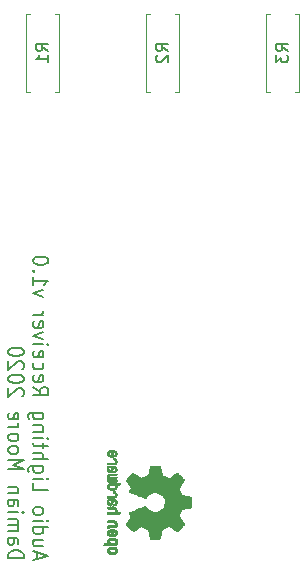
<source format=gbr>
G04 #@! TF.GenerationSoftware,KiCad,Pcbnew,5.1.5-52549c5~84~ubuntu18.04.1*
G04 #@! TF.CreationDate,2020-01-02T13:16:35+00:00*
G04 #@! TF.ProjectId,receiver,72656365-6976-4657-922e-6b696361645f,rev?*
G04 #@! TF.SameCoordinates,Original*
G04 #@! TF.FileFunction,Legend,Bot*
G04 #@! TF.FilePolarity,Positive*
%FSLAX46Y46*%
G04 Gerber Fmt 4.6, Leading zero omitted, Abs format (unit mm)*
G04 Created by KiCad (PCBNEW 5.1.5-52549c5~84~ubuntu18.04.1) date 2020-01-02 13:16:35*
%MOMM*%
%LPD*%
G04 APERTURE LIST*
%ADD10C,0.150000*%
%ADD11C,0.010000*%
%ADD12C,0.120000*%
G04 APERTURE END LIST*
D10*
X112593333Y-120323928D02*
X112593333Y-119752500D01*
X112221904Y-120438214D02*
X113521904Y-120038214D01*
X112221904Y-119638214D01*
X113088571Y-118723928D02*
X112221904Y-118723928D01*
X113088571Y-119238214D02*
X112407619Y-119238214D01*
X112283809Y-119181071D01*
X112221904Y-119066785D01*
X112221904Y-118895357D01*
X112283809Y-118781071D01*
X112345714Y-118723928D01*
X112221904Y-117638214D02*
X113521904Y-117638214D01*
X112283809Y-117638214D02*
X112221904Y-117752500D01*
X112221904Y-117981071D01*
X112283809Y-118095357D01*
X112345714Y-118152500D01*
X112469523Y-118209642D01*
X112840952Y-118209642D01*
X112964761Y-118152500D01*
X113026666Y-118095357D01*
X113088571Y-117981071D01*
X113088571Y-117752500D01*
X113026666Y-117638214D01*
X112221904Y-117066785D02*
X113088571Y-117066785D01*
X113521904Y-117066785D02*
X113460000Y-117123928D01*
X113398095Y-117066785D01*
X113460000Y-117009642D01*
X113521904Y-117066785D01*
X113398095Y-117066785D01*
X112221904Y-116323928D02*
X112283809Y-116438214D01*
X112345714Y-116495357D01*
X112469523Y-116552500D01*
X112840952Y-116552500D01*
X112964761Y-116495357D01*
X113026666Y-116438214D01*
X113088571Y-116323928D01*
X113088571Y-116152500D01*
X113026666Y-116038214D01*
X112964761Y-115981071D01*
X112840952Y-115923928D01*
X112469523Y-115923928D01*
X112345714Y-115981071D01*
X112283809Y-116038214D01*
X112221904Y-116152500D01*
X112221904Y-116323928D01*
X112221904Y-113923928D02*
X112221904Y-114495357D01*
X113521904Y-114495357D01*
X112221904Y-113523928D02*
X113088571Y-113523928D01*
X113521904Y-113523928D02*
X113460000Y-113581071D01*
X113398095Y-113523928D01*
X113460000Y-113466785D01*
X113521904Y-113523928D01*
X113398095Y-113523928D01*
X113088571Y-112438214D02*
X112036190Y-112438214D01*
X111912380Y-112495357D01*
X111850476Y-112552500D01*
X111788571Y-112666785D01*
X111788571Y-112838214D01*
X111850476Y-112952500D01*
X112283809Y-112438214D02*
X112221904Y-112552500D01*
X112221904Y-112781071D01*
X112283809Y-112895357D01*
X112345714Y-112952500D01*
X112469523Y-113009642D01*
X112840952Y-113009642D01*
X112964761Y-112952500D01*
X113026666Y-112895357D01*
X113088571Y-112781071D01*
X113088571Y-112552500D01*
X113026666Y-112438214D01*
X112221904Y-111866785D02*
X113521904Y-111866785D01*
X112221904Y-111352500D02*
X112902857Y-111352500D01*
X113026666Y-111409642D01*
X113088571Y-111523928D01*
X113088571Y-111695357D01*
X113026666Y-111809642D01*
X112964761Y-111866785D01*
X113088571Y-110952500D02*
X113088571Y-110495357D01*
X113521904Y-110781071D02*
X112407619Y-110781071D01*
X112283809Y-110723928D01*
X112221904Y-110609642D01*
X112221904Y-110495357D01*
X112221904Y-110095357D02*
X113088571Y-110095357D01*
X113521904Y-110095357D02*
X113460000Y-110152500D01*
X113398095Y-110095357D01*
X113460000Y-110038214D01*
X113521904Y-110095357D01*
X113398095Y-110095357D01*
X113088571Y-109523928D02*
X112221904Y-109523928D01*
X112964761Y-109523928D02*
X113026666Y-109466785D01*
X113088571Y-109352500D01*
X113088571Y-109181071D01*
X113026666Y-109066785D01*
X112902857Y-109009642D01*
X112221904Y-109009642D01*
X113088571Y-107923928D02*
X112036190Y-107923928D01*
X111912380Y-107981071D01*
X111850476Y-108038214D01*
X111788571Y-108152500D01*
X111788571Y-108323928D01*
X111850476Y-108438214D01*
X112283809Y-107923928D02*
X112221904Y-108038214D01*
X112221904Y-108266785D01*
X112283809Y-108381071D01*
X112345714Y-108438214D01*
X112469523Y-108495357D01*
X112840952Y-108495357D01*
X112964761Y-108438214D01*
X113026666Y-108381071D01*
X113088571Y-108266785D01*
X113088571Y-108038214D01*
X113026666Y-107923928D01*
X112221904Y-105752500D02*
X112840952Y-106152500D01*
X112221904Y-106438214D02*
X113521904Y-106438214D01*
X113521904Y-105981071D01*
X113460000Y-105866785D01*
X113398095Y-105809642D01*
X113274285Y-105752500D01*
X113088571Y-105752500D01*
X112964761Y-105809642D01*
X112902857Y-105866785D01*
X112840952Y-105981071D01*
X112840952Y-106438214D01*
X112283809Y-104781071D02*
X112221904Y-104895357D01*
X112221904Y-105123928D01*
X112283809Y-105238214D01*
X112407619Y-105295357D01*
X112902857Y-105295357D01*
X113026666Y-105238214D01*
X113088571Y-105123928D01*
X113088571Y-104895357D01*
X113026666Y-104781071D01*
X112902857Y-104723928D01*
X112779047Y-104723928D01*
X112655238Y-105295357D01*
X112283809Y-103695357D02*
X112221904Y-103809642D01*
X112221904Y-104038214D01*
X112283809Y-104152500D01*
X112345714Y-104209642D01*
X112469523Y-104266785D01*
X112840952Y-104266785D01*
X112964761Y-104209642D01*
X113026666Y-104152500D01*
X113088571Y-104038214D01*
X113088571Y-103809642D01*
X113026666Y-103695357D01*
X112283809Y-102723928D02*
X112221904Y-102838214D01*
X112221904Y-103066785D01*
X112283809Y-103181071D01*
X112407619Y-103238214D01*
X112902857Y-103238214D01*
X113026666Y-103181071D01*
X113088571Y-103066785D01*
X113088571Y-102838214D01*
X113026666Y-102723928D01*
X112902857Y-102666785D01*
X112779047Y-102666785D01*
X112655238Y-103238214D01*
X112221904Y-102152500D02*
X113088571Y-102152500D01*
X113521904Y-102152500D02*
X113460000Y-102209642D01*
X113398095Y-102152500D01*
X113460000Y-102095357D01*
X113521904Y-102152500D01*
X113398095Y-102152500D01*
X113088571Y-101695357D02*
X112221904Y-101409642D01*
X113088571Y-101123928D01*
X112283809Y-100209642D02*
X112221904Y-100323928D01*
X112221904Y-100552500D01*
X112283809Y-100666785D01*
X112407619Y-100723928D01*
X112902857Y-100723928D01*
X113026666Y-100666785D01*
X113088571Y-100552500D01*
X113088571Y-100323928D01*
X113026666Y-100209642D01*
X112902857Y-100152500D01*
X112779047Y-100152500D01*
X112655238Y-100723928D01*
X112221904Y-99638214D02*
X113088571Y-99638214D01*
X112840952Y-99638214D02*
X112964761Y-99581071D01*
X113026666Y-99523928D01*
X113088571Y-99409642D01*
X113088571Y-99295357D01*
X113088571Y-98095357D02*
X112221904Y-97809642D01*
X113088571Y-97523928D01*
X112221904Y-96438214D02*
X112221904Y-97123928D01*
X112221904Y-96781071D02*
X113521904Y-96781071D01*
X113336190Y-96895357D01*
X113212380Y-97009642D01*
X113150476Y-97123928D01*
X112345714Y-95923928D02*
X112283809Y-95866785D01*
X112221904Y-95923928D01*
X112283809Y-95981071D01*
X112345714Y-95923928D01*
X112221904Y-95923928D01*
X113521904Y-95123928D02*
X113521904Y-95009642D01*
X113460000Y-94895357D01*
X113398095Y-94838214D01*
X113274285Y-94781071D01*
X113026666Y-94723928D01*
X112717142Y-94723928D01*
X112469523Y-94781071D01*
X112345714Y-94838214D01*
X112283809Y-94895357D01*
X112221904Y-95009642D01*
X112221904Y-95123928D01*
X112283809Y-95238214D01*
X112345714Y-95295357D01*
X112469523Y-95352500D01*
X112717142Y-95409642D01*
X113026666Y-95409642D01*
X113274285Y-95352500D01*
X113398095Y-95295357D01*
X113460000Y-95238214D01*
X113521904Y-95123928D01*
X110121904Y-120266785D02*
X111421904Y-120266785D01*
X111421904Y-119981071D01*
X111360000Y-119809642D01*
X111236190Y-119695357D01*
X111112380Y-119638214D01*
X110864761Y-119581071D01*
X110679047Y-119581071D01*
X110431428Y-119638214D01*
X110307619Y-119695357D01*
X110183809Y-119809642D01*
X110121904Y-119981071D01*
X110121904Y-120266785D01*
X110121904Y-118552500D02*
X110802857Y-118552500D01*
X110926666Y-118609642D01*
X110988571Y-118723928D01*
X110988571Y-118952500D01*
X110926666Y-119066785D01*
X110183809Y-118552500D02*
X110121904Y-118666785D01*
X110121904Y-118952500D01*
X110183809Y-119066785D01*
X110307619Y-119123928D01*
X110431428Y-119123928D01*
X110555238Y-119066785D01*
X110617142Y-118952500D01*
X110617142Y-118666785D01*
X110679047Y-118552500D01*
X110121904Y-117981071D02*
X110988571Y-117981071D01*
X110864761Y-117981071D02*
X110926666Y-117923928D01*
X110988571Y-117809642D01*
X110988571Y-117638214D01*
X110926666Y-117523928D01*
X110802857Y-117466785D01*
X110121904Y-117466785D01*
X110802857Y-117466785D02*
X110926666Y-117409642D01*
X110988571Y-117295357D01*
X110988571Y-117123928D01*
X110926666Y-117009642D01*
X110802857Y-116952500D01*
X110121904Y-116952500D01*
X110121904Y-116381071D02*
X110988571Y-116381071D01*
X111421904Y-116381071D02*
X111360000Y-116438214D01*
X111298095Y-116381071D01*
X111360000Y-116323928D01*
X111421904Y-116381071D01*
X111298095Y-116381071D01*
X110121904Y-115295357D02*
X110802857Y-115295357D01*
X110926666Y-115352500D01*
X110988571Y-115466785D01*
X110988571Y-115695357D01*
X110926666Y-115809642D01*
X110183809Y-115295357D02*
X110121904Y-115409642D01*
X110121904Y-115695357D01*
X110183809Y-115809642D01*
X110307619Y-115866785D01*
X110431428Y-115866785D01*
X110555238Y-115809642D01*
X110617142Y-115695357D01*
X110617142Y-115409642D01*
X110679047Y-115295357D01*
X110988571Y-114723928D02*
X110121904Y-114723928D01*
X110864761Y-114723928D02*
X110926666Y-114666785D01*
X110988571Y-114552500D01*
X110988571Y-114381071D01*
X110926666Y-114266785D01*
X110802857Y-114209642D01*
X110121904Y-114209642D01*
X110121904Y-112723928D02*
X111421904Y-112723928D01*
X110493333Y-112323928D01*
X111421904Y-111923928D01*
X110121904Y-111923928D01*
X110121904Y-111181071D02*
X110183809Y-111295357D01*
X110245714Y-111352500D01*
X110369523Y-111409642D01*
X110740952Y-111409642D01*
X110864761Y-111352500D01*
X110926666Y-111295357D01*
X110988571Y-111181071D01*
X110988571Y-111009642D01*
X110926666Y-110895357D01*
X110864761Y-110838214D01*
X110740952Y-110781071D01*
X110369523Y-110781071D01*
X110245714Y-110838214D01*
X110183809Y-110895357D01*
X110121904Y-111009642D01*
X110121904Y-111181071D01*
X110121904Y-110095357D02*
X110183809Y-110209642D01*
X110245714Y-110266785D01*
X110369523Y-110323928D01*
X110740952Y-110323928D01*
X110864761Y-110266785D01*
X110926666Y-110209642D01*
X110988571Y-110095357D01*
X110988571Y-109923928D01*
X110926666Y-109809642D01*
X110864761Y-109752500D01*
X110740952Y-109695357D01*
X110369523Y-109695357D01*
X110245714Y-109752500D01*
X110183809Y-109809642D01*
X110121904Y-109923928D01*
X110121904Y-110095357D01*
X110121904Y-109181071D02*
X110988571Y-109181071D01*
X110740952Y-109181071D02*
X110864761Y-109123928D01*
X110926666Y-109066785D01*
X110988571Y-108952500D01*
X110988571Y-108838214D01*
X110183809Y-107981071D02*
X110121904Y-108095357D01*
X110121904Y-108323928D01*
X110183809Y-108438214D01*
X110307619Y-108495357D01*
X110802857Y-108495357D01*
X110926666Y-108438214D01*
X110988571Y-108323928D01*
X110988571Y-108095357D01*
X110926666Y-107981071D01*
X110802857Y-107923928D01*
X110679047Y-107923928D01*
X110555238Y-108495357D01*
X111298095Y-106552500D02*
X111360000Y-106495357D01*
X111421904Y-106381071D01*
X111421904Y-106095357D01*
X111360000Y-105981071D01*
X111298095Y-105923928D01*
X111174285Y-105866785D01*
X111050476Y-105866785D01*
X110864761Y-105923928D01*
X110121904Y-106609642D01*
X110121904Y-105866785D01*
X111421904Y-105123928D02*
X111421904Y-105009642D01*
X111360000Y-104895357D01*
X111298095Y-104838214D01*
X111174285Y-104781071D01*
X110926666Y-104723928D01*
X110617142Y-104723928D01*
X110369523Y-104781071D01*
X110245714Y-104838214D01*
X110183809Y-104895357D01*
X110121904Y-105009642D01*
X110121904Y-105123928D01*
X110183809Y-105238214D01*
X110245714Y-105295357D01*
X110369523Y-105352500D01*
X110617142Y-105409642D01*
X110926666Y-105409642D01*
X111174285Y-105352500D01*
X111298095Y-105295357D01*
X111360000Y-105238214D01*
X111421904Y-105123928D01*
X111298095Y-104266785D02*
X111360000Y-104209642D01*
X111421904Y-104095357D01*
X111421904Y-103809642D01*
X111360000Y-103695357D01*
X111298095Y-103638214D01*
X111174285Y-103581071D01*
X111050476Y-103581071D01*
X110864761Y-103638214D01*
X110121904Y-104323928D01*
X110121904Y-103581071D01*
X111421904Y-102838214D02*
X111421904Y-102723928D01*
X111360000Y-102609642D01*
X111298095Y-102552500D01*
X111174285Y-102495357D01*
X110926666Y-102438214D01*
X110617142Y-102438214D01*
X110369523Y-102495357D01*
X110245714Y-102552500D01*
X110183809Y-102609642D01*
X110121904Y-102723928D01*
X110121904Y-102838214D01*
X110183809Y-102952500D01*
X110245714Y-103009642D01*
X110369523Y-103066785D01*
X110617142Y-103123928D01*
X110926666Y-103123928D01*
X111174285Y-103066785D01*
X111298095Y-103009642D01*
X111360000Y-102952500D01*
X111421904Y-102838214D01*
D11*
G36*
X125632224Y-115360122D02*
G01*
X125631645Y-115254388D01*
X125630078Y-115177868D01*
X125627028Y-115125628D01*
X125622004Y-115092737D01*
X125614511Y-115074263D01*
X125604056Y-115065273D01*
X125590147Y-115060837D01*
X125588346Y-115060406D01*
X125555855Y-115053667D01*
X125491748Y-115041192D01*
X125402849Y-115024281D01*
X125295981Y-115004229D01*
X125177967Y-114982336D01*
X125173822Y-114981571D01*
X125058169Y-114959641D01*
X124955986Y-114939123D01*
X124873402Y-114921341D01*
X124816544Y-114907619D01*
X124791542Y-114899282D01*
X124791099Y-114898884D01*
X124778890Y-114874323D01*
X124758544Y-114823685D01*
X124734455Y-114757905D01*
X124734326Y-114757539D01*
X124703182Y-114674683D01*
X124663509Y-114577000D01*
X124623619Y-114484923D01*
X124621647Y-114480566D01*
X124553580Y-114330593D01*
X124780361Y-113998502D01*
X124849496Y-113896626D01*
X124911303Y-113804343D01*
X124962267Y-113726997D01*
X124998873Y-113669936D01*
X125017606Y-113638505D01*
X125018996Y-113635521D01*
X125012810Y-113612679D01*
X124982965Y-113570018D01*
X124928053Y-113505872D01*
X124846666Y-113418579D01*
X124760078Y-113329465D01*
X124674753Y-113243559D01*
X124596892Y-113166673D01*
X124531303Y-113103436D01*
X124482795Y-113058477D01*
X124456175Y-113036424D01*
X124454805Y-113035604D01*
X124436537Y-113033166D01*
X124406705Y-113042350D01*
X124361279Y-113065426D01*
X124296230Y-113104663D01*
X124207530Y-113162330D01*
X124093343Y-113239205D01*
X123992838Y-113307430D01*
X123902697Y-113368418D01*
X123828151Y-113418644D01*
X123774435Y-113454584D01*
X123746782Y-113472713D01*
X123744905Y-113473854D01*
X123718410Y-113471641D01*
X123666914Y-113454862D01*
X123600149Y-113426858D01*
X123578828Y-113416878D01*
X123483841Y-113373328D01*
X123376063Y-113326866D01*
X123282808Y-113289123D01*
X123213594Y-113261927D01*
X123160994Y-113240325D01*
X123133503Y-113227842D01*
X123131384Y-113226291D01*
X123127876Y-113203332D01*
X123118262Y-113149214D01*
X123103911Y-113071132D01*
X123086193Y-112976281D01*
X123066475Y-112871857D01*
X123046126Y-112765056D01*
X123026514Y-112663074D01*
X123009009Y-112573106D01*
X122994978Y-112502347D01*
X122985791Y-112457994D01*
X122983193Y-112447115D01*
X122976782Y-112435878D01*
X122962303Y-112427395D01*
X122934867Y-112421286D01*
X122889589Y-112417168D01*
X122821580Y-112414659D01*
X122725953Y-112413379D01*
X122597820Y-112412946D01*
X122545299Y-112412923D01*
X122118155Y-112412923D01*
X122097909Y-112515500D01*
X122086930Y-112572569D01*
X122070905Y-112657731D01*
X122051767Y-112760628D01*
X122031449Y-112870904D01*
X122025868Y-112901385D01*
X122006083Y-113003145D01*
X121986627Y-113091795D01*
X121969303Y-113159892D01*
X121955912Y-113199996D01*
X121951921Y-113206677D01*
X121923658Y-113223081D01*
X121868891Y-113246601D01*
X121798412Y-113272684D01*
X121783231Y-113277858D01*
X121689104Y-113312044D01*
X121582899Y-113354477D01*
X121487527Y-113396003D01*
X121487084Y-113396208D01*
X121337475Y-113465360D01*
X120668383Y-113010488D01*
X120375884Y-113302500D01*
X120288830Y-113390820D01*
X120212091Y-113471375D01*
X120149763Y-113539640D01*
X120105944Y-113591092D01*
X120084730Y-113621206D01*
X120083384Y-113625526D01*
X120093984Y-113650889D01*
X120123453Y-113702642D01*
X120168295Y-113775132D01*
X120225016Y-113862706D01*
X120288538Y-113957388D01*
X120353332Y-114053484D01*
X120409713Y-114139163D01*
X120454212Y-114208984D01*
X120483361Y-114257506D01*
X120493692Y-114279218D01*
X120484950Y-114305707D01*
X120461913Y-114355938D01*
X120429369Y-114419549D01*
X120425751Y-114426292D01*
X120382790Y-114511954D01*
X120361721Y-114570694D01*
X120361497Y-114607228D01*
X120381072Y-114626269D01*
X120381346Y-114626380D01*
X120404528Y-114635898D01*
X120459559Y-114658597D01*
X120542178Y-114692718D01*
X120648128Y-114736500D01*
X120773148Y-114788184D01*
X120912980Y-114846008D01*
X121048363Y-114902009D01*
X121197766Y-114963553D01*
X121336168Y-115020061D01*
X121459327Y-115069839D01*
X121562998Y-115111194D01*
X121642941Y-115142432D01*
X121694912Y-115161859D01*
X121714308Y-115167846D01*
X121736557Y-115152832D01*
X121772018Y-115113561D01*
X121811113Y-115061193D01*
X121934755Y-114912059D01*
X122076478Y-114795489D01*
X122233296Y-114712882D01*
X122402225Y-114665634D01*
X122580278Y-114655143D01*
X122662461Y-114662769D01*
X122832969Y-114704318D01*
X122983541Y-114775877D01*
X123112691Y-114873005D01*
X123218936Y-114991266D01*
X123300790Y-115126220D01*
X123356768Y-115273429D01*
X123385385Y-115428456D01*
X123385156Y-115586861D01*
X123354595Y-115744206D01*
X123292218Y-115896054D01*
X123196540Y-116037965D01*
X123142428Y-116097197D01*
X123003480Y-116210797D01*
X122851639Y-116289894D01*
X122691333Y-116335014D01*
X122526988Y-116346684D01*
X122363029Y-116325431D01*
X122203882Y-116271780D01*
X122053975Y-116186260D01*
X121917733Y-116069395D01*
X121811113Y-115938807D01*
X121770358Y-115884412D01*
X121735282Y-115845986D01*
X121714274Y-115832154D01*
X121691365Y-115839397D01*
X121636635Y-115859995D01*
X121554328Y-115892254D01*
X121448685Y-115934479D01*
X121323950Y-115984977D01*
X121184364Y-116042052D01*
X121048330Y-116098146D01*
X120898799Y-116160033D01*
X120760233Y-116217356D01*
X120636893Y-116268356D01*
X120533036Y-116311273D01*
X120452920Y-116344347D01*
X120400805Y-116365819D01*
X120381346Y-116373775D01*
X120361577Y-116392571D01*
X120361635Y-116428926D01*
X120382559Y-116487521D01*
X120425387Y-116573032D01*
X120425751Y-116573708D01*
X120458988Y-116638093D01*
X120483198Y-116690139D01*
X120493596Y-116719488D01*
X120493692Y-116720783D01*
X120483145Y-116742876D01*
X120453816Y-116791652D01*
X120409173Y-116861669D01*
X120352686Y-116947486D01*
X120288538Y-117042612D01*
X120223589Y-117139460D01*
X120167104Y-117226747D01*
X120122579Y-117298819D01*
X120093510Y-117350023D01*
X120083384Y-117374474D01*
X120096693Y-117396990D01*
X120133888Y-117442258D01*
X120190872Y-117505756D01*
X120263551Y-117582961D01*
X120347829Y-117669349D01*
X120375984Y-117697601D01*
X120668584Y-117989713D01*
X120994896Y-117767369D01*
X121095103Y-117699798D01*
X121185037Y-117640493D01*
X121259490Y-117592783D01*
X121313249Y-117559993D01*
X121341106Y-117545452D01*
X121343088Y-117545026D01*
X121369345Y-117552692D01*
X121422163Y-117573311D01*
X121492690Y-117603315D01*
X121539907Y-117624375D01*
X121630306Y-117663752D01*
X121721634Y-117700835D01*
X121798800Y-117729585D01*
X121822308Y-117737395D01*
X121885084Y-117759583D01*
X121933589Y-117781273D01*
X121951921Y-117793187D01*
X121963141Y-117819477D01*
X121979046Y-117876858D01*
X121997833Y-117957882D01*
X122017701Y-118055105D01*
X122025868Y-118098615D01*
X122046171Y-118209104D01*
X122065830Y-118315084D01*
X122082912Y-118406199D01*
X122095482Y-118472092D01*
X122097909Y-118484500D01*
X122118155Y-118587077D01*
X122545299Y-118587077D01*
X122685754Y-118586847D01*
X122792021Y-118585901D01*
X122868987Y-118583859D01*
X122921540Y-118580338D01*
X122954567Y-118574957D01*
X122972955Y-118567334D01*
X122981592Y-118557088D01*
X122983193Y-118552885D01*
X122988873Y-118527530D01*
X123000205Y-118471516D01*
X123015821Y-118392036D01*
X123034353Y-118296288D01*
X123054431Y-118191467D01*
X123074688Y-118084768D01*
X123093754Y-117983387D01*
X123110261Y-117894521D01*
X123122841Y-117825363D01*
X123130125Y-117783111D01*
X123131384Y-117773710D01*
X123148237Y-117765193D01*
X123193130Y-117746340D01*
X123257570Y-117720676D01*
X123282808Y-117710877D01*
X123380314Y-117671352D01*
X123488041Y-117624808D01*
X123578828Y-117583123D01*
X123648247Y-117552450D01*
X123705290Y-117532044D01*
X123740223Y-117525232D01*
X123744905Y-117526318D01*
X123767009Y-117540715D01*
X123816169Y-117573588D01*
X123887152Y-117621410D01*
X123974722Y-117680652D01*
X124073643Y-117747785D01*
X124093170Y-117761059D01*
X124208860Y-117838954D01*
X124296956Y-117896213D01*
X124361514Y-117935119D01*
X124406589Y-117957956D01*
X124436237Y-117967006D01*
X124454515Y-117964552D01*
X124454631Y-117964489D01*
X124478639Y-117945173D01*
X124525053Y-117902449D01*
X124589063Y-117840949D01*
X124665855Y-117765302D01*
X124750618Y-117680139D01*
X124760078Y-117670535D01*
X124864011Y-117563210D01*
X124940325Y-117480385D01*
X124990429Y-117420395D01*
X125015730Y-117381577D01*
X125018996Y-117364480D01*
X125004750Y-117339527D01*
X124971844Y-117287745D01*
X124923792Y-117214480D01*
X124864110Y-117125080D01*
X124796312Y-117024889D01*
X124780361Y-117001499D01*
X124553580Y-116669407D01*
X124621647Y-116519435D01*
X124661315Y-116428230D01*
X124701209Y-116330331D01*
X124733017Y-116246169D01*
X124734326Y-116242462D01*
X124758424Y-116176631D01*
X124778800Y-116125884D01*
X124791064Y-116101158D01*
X124791099Y-116101116D01*
X124813266Y-116093271D01*
X124867783Y-116079934D01*
X124948520Y-116062430D01*
X125049350Y-116042083D01*
X125164144Y-116020218D01*
X125173822Y-116018429D01*
X125292096Y-115996496D01*
X125399458Y-115976360D01*
X125489083Y-115959320D01*
X125554149Y-115946672D01*
X125587832Y-115939716D01*
X125588346Y-115939594D01*
X125602675Y-115935361D01*
X125613493Y-115927129D01*
X125621294Y-115909967D01*
X125626571Y-115878942D01*
X125629818Y-115829122D01*
X125631528Y-115755576D01*
X125632193Y-115653371D01*
X125632307Y-115517575D01*
X125632308Y-115500000D01*
X125632224Y-115360122D01*
G37*
X125632224Y-115360122D02*
X125631645Y-115254388D01*
X125630078Y-115177868D01*
X125627028Y-115125628D01*
X125622004Y-115092737D01*
X125614511Y-115074263D01*
X125604056Y-115065273D01*
X125590147Y-115060837D01*
X125588346Y-115060406D01*
X125555855Y-115053667D01*
X125491748Y-115041192D01*
X125402849Y-115024281D01*
X125295981Y-115004229D01*
X125177967Y-114982336D01*
X125173822Y-114981571D01*
X125058169Y-114959641D01*
X124955986Y-114939123D01*
X124873402Y-114921341D01*
X124816544Y-114907619D01*
X124791542Y-114899282D01*
X124791099Y-114898884D01*
X124778890Y-114874323D01*
X124758544Y-114823685D01*
X124734455Y-114757905D01*
X124734326Y-114757539D01*
X124703182Y-114674683D01*
X124663509Y-114577000D01*
X124623619Y-114484923D01*
X124621647Y-114480566D01*
X124553580Y-114330593D01*
X124780361Y-113998502D01*
X124849496Y-113896626D01*
X124911303Y-113804343D01*
X124962267Y-113726997D01*
X124998873Y-113669936D01*
X125017606Y-113638505D01*
X125018996Y-113635521D01*
X125012810Y-113612679D01*
X124982965Y-113570018D01*
X124928053Y-113505872D01*
X124846666Y-113418579D01*
X124760078Y-113329465D01*
X124674753Y-113243559D01*
X124596892Y-113166673D01*
X124531303Y-113103436D01*
X124482795Y-113058477D01*
X124456175Y-113036424D01*
X124454805Y-113035604D01*
X124436537Y-113033166D01*
X124406705Y-113042350D01*
X124361279Y-113065426D01*
X124296230Y-113104663D01*
X124207530Y-113162330D01*
X124093343Y-113239205D01*
X123992838Y-113307430D01*
X123902697Y-113368418D01*
X123828151Y-113418644D01*
X123774435Y-113454584D01*
X123746782Y-113472713D01*
X123744905Y-113473854D01*
X123718410Y-113471641D01*
X123666914Y-113454862D01*
X123600149Y-113426858D01*
X123578828Y-113416878D01*
X123483841Y-113373328D01*
X123376063Y-113326866D01*
X123282808Y-113289123D01*
X123213594Y-113261927D01*
X123160994Y-113240325D01*
X123133503Y-113227842D01*
X123131384Y-113226291D01*
X123127876Y-113203332D01*
X123118262Y-113149214D01*
X123103911Y-113071132D01*
X123086193Y-112976281D01*
X123066475Y-112871857D01*
X123046126Y-112765056D01*
X123026514Y-112663074D01*
X123009009Y-112573106D01*
X122994978Y-112502347D01*
X122985791Y-112457994D01*
X122983193Y-112447115D01*
X122976782Y-112435878D01*
X122962303Y-112427395D01*
X122934867Y-112421286D01*
X122889589Y-112417168D01*
X122821580Y-112414659D01*
X122725953Y-112413379D01*
X122597820Y-112412946D01*
X122545299Y-112412923D01*
X122118155Y-112412923D01*
X122097909Y-112515500D01*
X122086930Y-112572569D01*
X122070905Y-112657731D01*
X122051767Y-112760628D01*
X122031449Y-112870904D01*
X122025868Y-112901385D01*
X122006083Y-113003145D01*
X121986627Y-113091795D01*
X121969303Y-113159892D01*
X121955912Y-113199996D01*
X121951921Y-113206677D01*
X121923658Y-113223081D01*
X121868891Y-113246601D01*
X121798412Y-113272684D01*
X121783231Y-113277858D01*
X121689104Y-113312044D01*
X121582899Y-113354477D01*
X121487527Y-113396003D01*
X121487084Y-113396208D01*
X121337475Y-113465360D01*
X120668383Y-113010488D01*
X120375884Y-113302500D01*
X120288830Y-113390820D01*
X120212091Y-113471375D01*
X120149763Y-113539640D01*
X120105944Y-113591092D01*
X120084730Y-113621206D01*
X120083384Y-113625526D01*
X120093984Y-113650889D01*
X120123453Y-113702642D01*
X120168295Y-113775132D01*
X120225016Y-113862706D01*
X120288538Y-113957388D01*
X120353332Y-114053484D01*
X120409713Y-114139163D01*
X120454212Y-114208984D01*
X120483361Y-114257506D01*
X120493692Y-114279218D01*
X120484950Y-114305707D01*
X120461913Y-114355938D01*
X120429369Y-114419549D01*
X120425751Y-114426292D01*
X120382790Y-114511954D01*
X120361721Y-114570694D01*
X120361497Y-114607228D01*
X120381072Y-114626269D01*
X120381346Y-114626380D01*
X120404528Y-114635898D01*
X120459559Y-114658597D01*
X120542178Y-114692718D01*
X120648128Y-114736500D01*
X120773148Y-114788184D01*
X120912980Y-114846008D01*
X121048363Y-114902009D01*
X121197766Y-114963553D01*
X121336168Y-115020061D01*
X121459327Y-115069839D01*
X121562998Y-115111194D01*
X121642941Y-115142432D01*
X121694912Y-115161859D01*
X121714308Y-115167846D01*
X121736557Y-115152832D01*
X121772018Y-115113561D01*
X121811113Y-115061193D01*
X121934755Y-114912059D01*
X122076478Y-114795489D01*
X122233296Y-114712882D01*
X122402225Y-114665634D01*
X122580278Y-114655143D01*
X122662461Y-114662769D01*
X122832969Y-114704318D01*
X122983541Y-114775877D01*
X123112691Y-114873005D01*
X123218936Y-114991266D01*
X123300790Y-115126220D01*
X123356768Y-115273429D01*
X123385385Y-115428456D01*
X123385156Y-115586861D01*
X123354595Y-115744206D01*
X123292218Y-115896054D01*
X123196540Y-116037965D01*
X123142428Y-116097197D01*
X123003480Y-116210797D01*
X122851639Y-116289894D01*
X122691333Y-116335014D01*
X122526988Y-116346684D01*
X122363029Y-116325431D01*
X122203882Y-116271780D01*
X122053975Y-116186260D01*
X121917733Y-116069395D01*
X121811113Y-115938807D01*
X121770358Y-115884412D01*
X121735282Y-115845986D01*
X121714274Y-115832154D01*
X121691365Y-115839397D01*
X121636635Y-115859995D01*
X121554328Y-115892254D01*
X121448685Y-115934479D01*
X121323950Y-115984977D01*
X121184364Y-116042052D01*
X121048330Y-116098146D01*
X120898799Y-116160033D01*
X120760233Y-116217356D01*
X120636893Y-116268356D01*
X120533036Y-116311273D01*
X120452920Y-116344347D01*
X120400805Y-116365819D01*
X120381346Y-116373775D01*
X120361577Y-116392571D01*
X120361635Y-116428926D01*
X120382559Y-116487521D01*
X120425387Y-116573032D01*
X120425751Y-116573708D01*
X120458988Y-116638093D01*
X120483198Y-116690139D01*
X120493596Y-116719488D01*
X120493692Y-116720783D01*
X120483145Y-116742876D01*
X120453816Y-116791652D01*
X120409173Y-116861669D01*
X120352686Y-116947486D01*
X120288538Y-117042612D01*
X120223589Y-117139460D01*
X120167104Y-117226747D01*
X120122579Y-117298819D01*
X120093510Y-117350023D01*
X120083384Y-117374474D01*
X120096693Y-117396990D01*
X120133888Y-117442258D01*
X120190872Y-117505756D01*
X120263551Y-117582961D01*
X120347829Y-117669349D01*
X120375984Y-117697601D01*
X120668584Y-117989713D01*
X120994896Y-117767369D01*
X121095103Y-117699798D01*
X121185037Y-117640493D01*
X121259490Y-117592783D01*
X121313249Y-117559993D01*
X121341106Y-117545452D01*
X121343088Y-117545026D01*
X121369345Y-117552692D01*
X121422163Y-117573311D01*
X121492690Y-117603315D01*
X121539907Y-117624375D01*
X121630306Y-117663752D01*
X121721634Y-117700835D01*
X121798800Y-117729585D01*
X121822308Y-117737395D01*
X121885084Y-117759583D01*
X121933589Y-117781273D01*
X121951921Y-117793187D01*
X121963141Y-117819477D01*
X121979046Y-117876858D01*
X121997833Y-117957882D01*
X122017701Y-118055105D01*
X122025868Y-118098615D01*
X122046171Y-118209104D01*
X122065830Y-118315084D01*
X122082912Y-118406199D01*
X122095482Y-118472092D01*
X122097909Y-118484500D01*
X122118155Y-118587077D01*
X122545299Y-118587077D01*
X122685754Y-118586847D01*
X122792021Y-118585901D01*
X122868987Y-118583859D01*
X122921540Y-118580338D01*
X122954567Y-118574957D01*
X122972955Y-118567334D01*
X122981592Y-118557088D01*
X122983193Y-118552885D01*
X122988873Y-118527530D01*
X123000205Y-118471516D01*
X123015821Y-118392036D01*
X123034353Y-118296288D01*
X123054431Y-118191467D01*
X123074688Y-118084768D01*
X123093754Y-117983387D01*
X123110261Y-117894521D01*
X123122841Y-117825363D01*
X123130125Y-117783111D01*
X123131384Y-117773710D01*
X123148237Y-117765193D01*
X123193130Y-117746340D01*
X123257570Y-117720676D01*
X123282808Y-117710877D01*
X123380314Y-117671352D01*
X123488041Y-117624808D01*
X123578828Y-117583123D01*
X123648247Y-117552450D01*
X123705290Y-117532044D01*
X123740223Y-117525232D01*
X123744905Y-117526318D01*
X123767009Y-117540715D01*
X123816169Y-117573588D01*
X123887152Y-117621410D01*
X123974722Y-117680652D01*
X124073643Y-117747785D01*
X124093170Y-117761059D01*
X124208860Y-117838954D01*
X124296956Y-117896213D01*
X124361514Y-117935119D01*
X124406589Y-117957956D01*
X124436237Y-117967006D01*
X124454515Y-117964552D01*
X124454631Y-117964489D01*
X124478639Y-117945173D01*
X124525053Y-117902449D01*
X124589063Y-117840949D01*
X124665855Y-117765302D01*
X124750618Y-117680139D01*
X124760078Y-117670535D01*
X124864011Y-117563210D01*
X124940325Y-117480385D01*
X124990429Y-117420395D01*
X125015730Y-117381577D01*
X125018996Y-117364480D01*
X125004750Y-117339527D01*
X124971844Y-117287745D01*
X124923792Y-117214480D01*
X124864110Y-117125080D01*
X124796312Y-117024889D01*
X124780361Y-117001499D01*
X124553580Y-116669407D01*
X124621647Y-116519435D01*
X124661315Y-116428230D01*
X124701209Y-116330331D01*
X124733017Y-116246169D01*
X124734326Y-116242462D01*
X124758424Y-116176631D01*
X124778800Y-116125884D01*
X124791064Y-116101158D01*
X124791099Y-116101116D01*
X124813266Y-116093271D01*
X124867783Y-116079934D01*
X124948520Y-116062430D01*
X125049350Y-116042083D01*
X125164144Y-116020218D01*
X125173822Y-116018429D01*
X125292096Y-115996496D01*
X125399458Y-115976360D01*
X125489083Y-115959320D01*
X125554149Y-115946672D01*
X125587832Y-115939716D01*
X125588346Y-115939594D01*
X125602675Y-115935361D01*
X125613493Y-115927129D01*
X125621294Y-115909967D01*
X125626571Y-115878942D01*
X125629818Y-115829122D01*
X125631528Y-115755576D01*
X125632193Y-115653371D01*
X125632307Y-115517575D01*
X125632308Y-115500000D01*
X125632224Y-115360122D01*
G36*
X119272162Y-111254776D02*
G01*
X119221639Y-111177472D01*
X119176410Y-111140186D01*
X119094337Y-111110647D01*
X119029393Y-111108301D01*
X118942555Y-111113615D01*
X118854897Y-111313885D01*
X118810113Y-111411261D01*
X118774087Y-111474887D01*
X118742883Y-111507971D01*
X118712564Y-111513720D01*
X118679195Y-111495342D01*
X118657077Y-111475077D01*
X118621607Y-111416111D01*
X118619121Y-111351976D01*
X118646765Y-111293074D01*
X118701680Y-111249803D01*
X118721072Y-111242064D01*
X118781636Y-111204994D01*
X118807448Y-111162346D01*
X118829529Y-111103846D01*
X118745816Y-111103846D01*
X118688850Y-111109018D01*
X118640811Y-111129277D01*
X118585654Y-111171738D01*
X118578486Y-111178049D01*
X118529415Y-111225280D01*
X118503080Y-111265879D01*
X118490965Y-111316672D01*
X118486997Y-111358780D01*
X118486009Y-111434098D01*
X118498534Y-111487714D01*
X118517131Y-111521162D01*
X118558025Y-111573732D01*
X118602252Y-111610121D01*
X118657874Y-111633150D01*
X118732953Y-111645641D01*
X118835551Y-111650413D01*
X118887624Y-111650794D01*
X118950052Y-111649499D01*
X118950052Y-111531529D01*
X118916562Y-111530161D01*
X118911077Y-111526751D01*
X118918528Y-111504247D01*
X118938247Y-111455818D01*
X118966282Y-111391092D01*
X118972308Y-111377557D01*
X119013904Y-111295756D01*
X119050462Y-111250688D01*
X119084704Y-111240783D01*
X119119352Y-111264474D01*
X119134661Y-111284040D01*
X119165279Y-111354640D01*
X119160220Y-111420720D01*
X119122849Y-111476041D01*
X119056527Y-111514364D01*
X119003884Y-111526651D01*
X118950052Y-111531529D01*
X118950052Y-111649499D01*
X119009280Y-111648270D01*
X119099290Y-111638968D01*
X119164833Y-111620540D01*
X119213088Y-111590640D01*
X119251233Y-111546920D01*
X119263560Y-111527859D01*
X119295664Y-111441274D01*
X119297684Y-111346478D01*
X119272162Y-111254776D01*
G37*
X119272162Y-111254776D02*
X119221639Y-111177472D01*
X119176410Y-111140186D01*
X119094337Y-111110647D01*
X119029393Y-111108301D01*
X118942555Y-111113615D01*
X118854897Y-111313885D01*
X118810113Y-111411261D01*
X118774087Y-111474887D01*
X118742883Y-111507971D01*
X118712564Y-111513720D01*
X118679195Y-111495342D01*
X118657077Y-111475077D01*
X118621607Y-111416111D01*
X118619121Y-111351976D01*
X118646765Y-111293074D01*
X118701680Y-111249803D01*
X118721072Y-111242064D01*
X118781636Y-111204994D01*
X118807448Y-111162346D01*
X118829529Y-111103846D01*
X118745816Y-111103846D01*
X118688850Y-111109018D01*
X118640811Y-111129277D01*
X118585654Y-111171738D01*
X118578486Y-111178049D01*
X118529415Y-111225280D01*
X118503080Y-111265879D01*
X118490965Y-111316672D01*
X118486997Y-111358780D01*
X118486009Y-111434098D01*
X118498534Y-111487714D01*
X118517131Y-111521162D01*
X118558025Y-111573732D01*
X118602252Y-111610121D01*
X118657874Y-111633150D01*
X118732953Y-111645641D01*
X118835551Y-111650413D01*
X118887624Y-111650794D01*
X118950052Y-111649499D01*
X118950052Y-111531529D01*
X118916562Y-111530161D01*
X118911077Y-111526751D01*
X118918528Y-111504247D01*
X118938247Y-111455818D01*
X118966282Y-111391092D01*
X118972308Y-111377557D01*
X119013904Y-111295756D01*
X119050462Y-111250688D01*
X119084704Y-111240783D01*
X119119352Y-111264474D01*
X119134661Y-111284040D01*
X119165279Y-111354640D01*
X119160220Y-111420720D01*
X119122849Y-111476041D01*
X119056527Y-111514364D01*
X119003884Y-111526651D01*
X118950052Y-111531529D01*
X118950052Y-111649499D01*
X119009280Y-111648270D01*
X119099290Y-111638968D01*
X119164833Y-111620540D01*
X119213088Y-111590640D01*
X119251233Y-111546920D01*
X119263560Y-111527859D01*
X119295664Y-111441274D01*
X119297684Y-111346478D01*
X119272162Y-111254776D01*
G36*
X119283218Y-111929193D02*
G01*
X119273012Y-111905839D01*
X119228866Y-111850098D01*
X119165033Y-111802431D01*
X119096913Y-111772952D01*
X119063330Y-111768154D01*
X119016444Y-111784240D01*
X118991635Y-111819525D01*
X118976613Y-111857356D01*
X118973845Y-111874679D01*
X118993934Y-111883114D01*
X119037649Y-111899770D01*
X119057402Y-111907077D01*
X119125729Y-111948052D01*
X119159809Y-112007378D01*
X119158761Y-112083448D01*
X119157419Y-112089082D01*
X119138164Y-112129695D01*
X119100625Y-112159552D01*
X119040191Y-112179945D01*
X118952249Y-112192164D01*
X118832187Y-112197500D01*
X118768302Y-112198000D01*
X118667597Y-112198248D01*
X118598946Y-112199874D01*
X118555327Y-112204199D01*
X118529718Y-112212546D01*
X118515097Y-112226235D01*
X118504442Y-112246589D01*
X118503905Y-112247766D01*
X118487333Y-112286962D01*
X118481231Y-112306381D01*
X118499681Y-112309365D01*
X118550677Y-112311919D01*
X118627692Y-112313860D01*
X118724195Y-112315003D01*
X118794816Y-112315231D01*
X118931475Y-112314068D01*
X119035149Y-112309521D01*
X119111892Y-112300001D01*
X119167754Y-112283919D01*
X119208788Y-112259687D01*
X119241046Y-112225714D01*
X119263560Y-112192167D01*
X119293524Y-112111501D01*
X119300282Y-112017619D01*
X119283218Y-111929193D01*
G37*
X119283218Y-111929193D02*
X119273012Y-111905839D01*
X119228866Y-111850098D01*
X119165033Y-111802431D01*
X119096913Y-111772952D01*
X119063330Y-111768154D01*
X119016444Y-111784240D01*
X118991635Y-111819525D01*
X118976613Y-111857356D01*
X118973845Y-111874679D01*
X118993934Y-111883114D01*
X119037649Y-111899770D01*
X119057402Y-111907077D01*
X119125729Y-111948052D01*
X119159809Y-112007378D01*
X119158761Y-112083448D01*
X119157419Y-112089082D01*
X119138164Y-112129695D01*
X119100625Y-112159552D01*
X119040191Y-112179945D01*
X118952249Y-112192164D01*
X118832187Y-112197500D01*
X118768302Y-112198000D01*
X118667597Y-112198248D01*
X118598946Y-112199874D01*
X118555327Y-112204199D01*
X118529718Y-112212546D01*
X118515097Y-112226235D01*
X118504442Y-112246589D01*
X118503905Y-112247766D01*
X118487333Y-112286962D01*
X118481231Y-112306381D01*
X118499681Y-112309365D01*
X118550677Y-112311919D01*
X118627692Y-112313860D01*
X118724195Y-112315003D01*
X118794816Y-112315231D01*
X118931475Y-112314068D01*
X119035149Y-112309521D01*
X119111892Y-112300001D01*
X119167754Y-112283919D01*
X119208788Y-112259687D01*
X119241046Y-112225714D01*
X119263560Y-112192167D01*
X119293524Y-112111501D01*
X119300282Y-112017619D01*
X119283218Y-111929193D01*
G36*
X119286472Y-112612667D02*
G01*
X119260883Y-112556410D01*
X119229876Y-112512253D01*
X119195205Y-112479899D01*
X119150480Y-112457562D01*
X119089308Y-112443454D01*
X119005299Y-112435789D01*
X118892060Y-112432780D01*
X118817491Y-112432462D01*
X118526580Y-112432462D01*
X118503905Y-112482227D01*
X118487333Y-112521424D01*
X118481231Y-112540843D01*
X118499390Y-112544558D01*
X118548352Y-112547505D01*
X118619847Y-112549309D01*
X118676615Y-112549692D01*
X118758629Y-112551339D01*
X118823691Y-112555778D01*
X118863533Y-112562260D01*
X118872000Y-112567410D01*
X118863354Y-112602023D01*
X118841177Y-112656360D01*
X118811114Y-112719278D01*
X118778808Y-112779632D01*
X118749902Y-112826279D01*
X118730039Y-112848074D01*
X118729825Y-112848161D01*
X118693065Y-112846286D01*
X118657974Y-112829475D01*
X118629472Y-112799961D01*
X118619939Y-112756884D01*
X118621050Y-112720068D01*
X118621867Y-112667926D01*
X118609651Y-112640556D01*
X118577376Y-112624118D01*
X118571290Y-112622045D01*
X118525261Y-112614919D01*
X118497313Y-112633976D01*
X118483993Y-112683647D01*
X118481530Y-112737303D01*
X118499790Y-112833858D01*
X118525869Y-112883841D01*
X118587132Y-112945571D01*
X118662330Y-112978310D01*
X118741789Y-112981247D01*
X118815833Y-112953576D01*
X118862231Y-112911953D01*
X118888207Y-112870396D01*
X118921093Y-112805078D01*
X118954443Y-112728962D01*
X118959539Y-112716274D01*
X118996435Y-112632667D01*
X119028954Y-112584470D01*
X119061282Y-112568970D01*
X119097606Y-112583450D01*
X119126000Y-112608308D01*
X119160961Y-112667061D01*
X119163583Y-112731707D01*
X119136642Y-112790992D01*
X119082912Y-112833661D01*
X119069050Y-112839261D01*
X119018064Y-112871867D01*
X118980213Y-112919470D01*
X118949150Y-112979539D01*
X119037232Y-112979539D01*
X119091049Y-112976003D01*
X119133466Y-112960844D01*
X119178721Y-112927232D01*
X119213580Y-112894965D01*
X119262938Y-112844791D01*
X119289453Y-112805807D01*
X119300089Y-112763936D01*
X119301846Y-112716540D01*
X119286472Y-112612667D01*
G37*
X119286472Y-112612667D02*
X119260883Y-112556410D01*
X119229876Y-112512253D01*
X119195205Y-112479899D01*
X119150480Y-112457562D01*
X119089308Y-112443454D01*
X119005299Y-112435789D01*
X118892060Y-112432780D01*
X118817491Y-112432462D01*
X118526580Y-112432462D01*
X118503905Y-112482227D01*
X118487333Y-112521424D01*
X118481231Y-112540843D01*
X118499390Y-112544558D01*
X118548352Y-112547505D01*
X118619847Y-112549309D01*
X118676615Y-112549692D01*
X118758629Y-112551339D01*
X118823691Y-112555778D01*
X118863533Y-112562260D01*
X118872000Y-112567410D01*
X118863354Y-112602023D01*
X118841177Y-112656360D01*
X118811114Y-112719278D01*
X118778808Y-112779632D01*
X118749902Y-112826279D01*
X118730039Y-112848074D01*
X118729825Y-112848161D01*
X118693065Y-112846286D01*
X118657974Y-112829475D01*
X118629472Y-112799961D01*
X118619939Y-112756884D01*
X118621050Y-112720068D01*
X118621867Y-112667926D01*
X118609651Y-112640556D01*
X118577376Y-112624118D01*
X118571290Y-112622045D01*
X118525261Y-112614919D01*
X118497313Y-112633976D01*
X118483993Y-112683647D01*
X118481530Y-112737303D01*
X118499790Y-112833858D01*
X118525869Y-112883841D01*
X118587132Y-112945571D01*
X118662330Y-112978310D01*
X118741789Y-112981247D01*
X118815833Y-112953576D01*
X118862231Y-112911953D01*
X118888207Y-112870396D01*
X118921093Y-112805078D01*
X118954443Y-112728962D01*
X118959539Y-112716274D01*
X118996435Y-112632667D01*
X119028954Y-112584470D01*
X119061282Y-112568970D01*
X119097606Y-112583450D01*
X119126000Y-112608308D01*
X119160961Y-112667061D01*
X119163583Y-112731707D01*
X119136642Y-112790992D01*
X119082912Y-112833661D01*
X119069050Y-112839261D01*
X119018064Y-112871867D01*
X118980213Y-112919470D01*
X118949150Y-112979539D01*
X119037232Y-112979539D01*
X119091049Y-112976003D01*
X119133466Y-112960844D01*
X119178721Y-112927232D01*
X119213580Y-112894965D01*
X119262938Y-112844791D01*
X119289453Y-112805807D01*
X119300089Y-112763936D01*
X119301846Y-112716540D01*
X119286472Y-112612667D01*
G36*
X119283338Y-113104071D02*
G01*
X119231932Y-113101089D01*
X119153808Y-113098753D01*
X119055143Y-113097251D01*
X118951657Y-113096769D01*
X118601467Y-113096769D01*
X118539637Y-113158599D01*
X118501538Y-113201207D01*
X118486105Y-113238610D01*
X118487082Y-113289730D01*
X118489567Y-113310022D01*
X118496800Y-113373446D01*
X118500945Y-113425905D01*
X118501328Y-113438692D01*
X118498824Y-113481801D01*
X118492538Y-113543456D01*
X118489567Y-113567362D01*
X118484972Y-113626078D01*
X118494954Y-113665536D01*
X118525772Y-113704662D01*
X118539637Y-113718785D01*
X118601467Y-113780615D01*
X119256497Y-113780615D01*
X119279171Y-113730850D01*
X119295966Y-113687998D01*
X119301846Y-113662927D01*
X119283264Y-113656499D01*
X119231345Y-113650491D01*
X119151828Y-113645303D01*
X119050454Y-113641336D01*
X118964808Y-113639423D01*
X118627769Y-113634077D01*
X118621175Y-113587440D01*
X118625786Y-113545024D01*
X118640713Y-113524240D01*
X118668623Y-113518430D01*
X118728075Y-113513470D01*
X118811534Y-113509754D01*
X118911468Y-113507676D01*
X118962896Y-113507376D01*
X119258946Y-113507077D01*
X119280396Y-113445546D01*
X119294980Y-113401996D01*
X119301781Y-113378306D01*
X119301846Y-113377623D01*
X119283358Y-113375246D01*
X119232094Y-113372634D01*
X119154351Y-113370005D01*
X119056426Y-113367579D01*
X118964808Y-113365885D01*
X118627769Y-113360539D01*
X118627769Y-113243308D01*
X118935254Y-113237928D01*
X119242739Y-113232549D01*
X119272293Y-113175399D01*
X119292587Y-113133203D01*
X119301796Y-113108230D01*
X119301846Y-113107509D01*
X119283338Y-113104071D01*
G37*
X119283338Y-113104071D02*
X119231932Y-113101089D01*
X119153808Y-113098753D01*
X119055143Y-113097251D01*
X118951657Y-113096769D01*
X118601467Y-113096769D01*
X118539637Y-113158599D01*
X118501538Y-113201207D01*
X118486105Y-113238610D01*
X118487082Y-113289730D01*
X118489567Y-113310022D01*
X118496800Y-113373446D01*
X118500945Y-113425905D01*
X118501328Y-113438692D01*
X118498824Y-113481801D01*
X118492538Y-113543456D01*
X118489567Y-113567362D01*
X118484972Y-113626078D01*
X118494954Y-113665536D01*
X118525772Y-113704662D01*
X118539637Y-113718785D01*
X118601467Y-113780615D01*
X119256497Y-113780615D01*
X119279171Y-113730850D01*
X119295966Y-113687998D01*
X119301846Y-113662927D01*
X119283264Y-113656499D01*
X119231345Y-113650491D01*
X119151828Y-113645303D01*
X119050454Y-113641336D01*
X118964808Y-113639423D01*
X118627769Y-113634077D01*
X118621175Y-113587440D01*
X118625786Y-113545024D01*
X118640713Y-113524240D01*
X118668623Y-113518430D01*
X118728075Y-113513470D01*
X118811534Y-113509754D01*
X118911468Y-113507676D01*
X118962896Y-113507376D01*
X119258946Y-113507077D01*
X119280396Y-113445546D01*
X119294980Y-113401996D01*
X119301781Y-113378306D01*
X119301846Y-113377623D01*
X119283358Y-113375246D01*
X119232094Y-113372634D01*
X119154351Y-113370005D01*
X119056426Y-113367579D01*
X118964808Y-113365885D01*
X118627769Y-113360539D01*
X118627769Y-113243308D01*
X118935254Y-113237928D01*
X119242739Y-113232549D01*
X119272293Y-113175399D01*
X119292587Y-113133203D01*
X119301796Y-113108230D01*
X119301846Y-113107509D01*
X119283338Y-113104071D01*
G36*
X119139711Y-113897919D02*
G01*
X118993680Y-113898167D01*
X118881345Y-113899128D01*
X118797322Y-113901206D01*
X118736231Y-113904807D01*
X118692691Y-113910335D01*
X118661321Y-113918196D01*
X118636738Y-113928793D01*
X118622706Y-113936818D01*
X118546612Y-114003272D01*
X118498916Y-114087530D01*
X118481801Y-114180751D01*
X118497454Y-114274100D01*
X118525582Y-114329688D01*
X118574240Y-114388043D01*
X118633667Y-114427814D01*
X118711493Y-114451810D01*
X118815348Y-114462839D01*
X118891538Y-114464401D01*
X118897014Y-114464191D01*
X118897014Y-114327692D01*
X118809645Y-114326859D01*
X118751808Y-114323039D01*
X118713971Y-114314254D01*
X118686602Y-114298526D01*
X118665958Y-114279734D01*
X118626110Y-114216625D01*
X118622705Y-114148863D01*
X118655975Y-114084821D01*
X118660483Y-114079836D01*
X118683933Y-114058561D01*
X118711834Y-114045221D01*
X118753359Y-114037999D01*
X118817684Y-114035077D01*
X118888800Y-114034615D01*
X118978142Y-114035617D01*
X119037742Y-114039762D01*
X119076911Y-114048764D01*
X119104960Y-114064333D01*
X119119856Y-114077098D01*
X119157425Y-114136400D01*
X119161943Y-114204699D01*
X119133247Y-114269890D01*
X119122594Y-114282472D01*
X119098937Y-114303889D01*
X119070749Y-114317256D01*
X119028755Y-114324434D01*
X118963681Y-114327281D01*
X118897014Y-114327692D01*
X118897014Y-114464191D01*
X119014235Y-114459678D01*
X119106423Y-114443638D01*
X119175731Y-114413472D01*
X119229789Y-114366371D01*
X119257495Y-114329688D01*
X119287428Y-114263010D01*
X119301322Y-114185728D01*
X119297603Y-114113890D01*
X119282600Y-114073692D01*
X119278330Y-114057918D01*
X119294250Y-114047450D01*
X119336911Y-114040144D01*
X119401894Y-114034615D01*
X119474268Y-114028563D01*
X119517813Y-114020156D01*
X119542713Y-114004859D01*
X119559155Y-113978136D01*
X119566436Y-113961346D01*
X119593037Y-113897846D01*
X119139711Y-113897919D01*
G37*
X119139711Y-113897919D02*
X118993680Y-113898167D01*
X118881345Y-113899128D01*
X118797322Y-113901206D01*
X118736231Y-113904807D01*
X118692691Y-113910335D01*
X118661321Y-113918196D01*
X118636738Y-113928793D01*
X118622706Y-113936818D01*
X118546612Y-114003272D01*
X118498916Y-114087530D01*
X118481801Y-114180751D01*
X118497454Y-114274100D01*
X118525582Y-114329688D01*
X118574240Y-114388043D01*
X118633667Y-114427814D01*
X118711493Y-114451810D01*
X118815348Y-114462839D01*
X118891538Y-114464401D01*
X118897014Y-114464191D01*
X118897014Y-114327692D01*
X118809645Y-114326859D01*
X118751808Y-114323039D01*
X118713971Y-114314254D01*
X118686602Y-114298526D01*
X118665958Y-114279734D01*
X118626110Y-114216625D01*
X118622705Y-114148863D01*
X118655975Y-114084821D01*
X118660483Y-114079836D01*
X118683933Y-114058561D01*
X118711834Y-114045221D01*
X118753359Y-114037999D01*
X118817684Y-114035077D01*
X118888800Y-114034615D01*
X118978142Y-114035617D01*
X119037742Y-114039762D01*
X119076911Y-114048764D01*
X119104960Y-114064333D01*
X119119856Y-114077098D01*
X119157425Y-114136400D01*
X119161943Y-114204699D01*
X119133247Y-114269890D01*
X119122594Y-114282472D01*
X119098937Y-114303889D01*
X119070749Y-114317256D01*
X119028755Y-114324434D01*
X118963681Y-114327281D01*
X118897014Y-114327692D01*
X118897014Y-114464191D01*
X119014235Y-114459678D01*
X119106423Y-114443638D01*
X119175731Y-114413472D01*
X119229789Y-114366371D01*
X119257495Y-114329688D01*
X119287428Y-114263010D01*
X119301322Y-114185728D01*
X119297603Y-114113890D01*
X119282600Y-114073692D01*
X119278330Y-114057918D01*
X119294250Y-114047450D01*
X119336911Y-114040144D01*
X119401894Y-114034615D01*
X119474268Y-114028563D01*
X119517813Y-114020156D01*
X119542713Y-114004859D01*
X119559155Y-113978136D01*
X119566436Y-113961346D01*
X119593037Y-113897846D01*
X119139711Y-113897919D01*
G36*
X119295330Y-114786638D02*
G01*
X119262579Y-114697883D01*
X119204650Y-114625978D01*
X119163872Y-114597856D01*
X119089046Y-114567198D01*
X119034942Y-114567835D01*
X118998554Y-114600013D01*
X118992367Y-114611919D01*
X118973075Y-114663325D01*
X118978018Y-114689578D01*
X119010413Y-114698470D01*
X119028308Y-114698923D01*
X119094141Y-114715203D01*
X119140193Y-114757635D01*
X119162436Y-114816612D01*
X119156839Y-114882525D01*
X119127771Y-114936105D01*
X119111190Y-114954202D01*
X119091075Y-114967029D01*
X119060668Y-114975694D01*
X119013212Y-114981304D01*
X118941950Y-114984965D01*
X118840125Y-114987785D01*
X118807885Y-114988516D01*
X118697590Y-114991180D01*
X118619964Y-114994208D01*
X118568604Y-114998750D01*
X118537110Y-115005954D01*
X118519080Y-115016967D01*
X118508112Y-115032940D01*
X118503267Y-115043166D01*
X118486699Y-115086594D01*
X118481231Y-115112158D01*
X118499493Y-115120605D01*
X118554704Y-115125761D01*
X118647501Y-115127654D01*
X118778522Y-115126311D01*
X118798731Y-115125893D01*
X118918267Y-115122942D01*
X119005551Y-115119452D01*
X119067409Y-115114486D01*
X119110664Y-115107107D01*
X119142140Y-115096376D01*
X119168661Y-115081355D01*
X119180025Y-115073498D01*
X119230308Y-115028447D01*
X119269419Y-114978060D01*
X119272833Y-114971892D01*
X119299788Y-114881542D01*
X119295330Y-114786638D01*
G37*
X119295330Y-114786638D02*
X119262579Y-114697883D01*
X119204650Y-114625978D01*
X119163872Y-114597856D01*
X119089046Y-114567198D01*
X119034942Y-114567835D01*
X118998554Y-114600013D01*
X118992367Y-114611919D01*
X118973075Y-114663325D01*
X118978018Y-114689578D01*
X119010413Y-114698470D01*
X119028308Y-114698923D01*
X119094141Y-114715203D01*
X119140193Y-114757635D01*
X119162436Y-114816612D01*
X119156839Y-114882525D01*
X119127771Y-114936105D01*
X119111190Y-114954202D01*
X119091075Y-114967029D01*
X119060668Y-114975694D01*
X119013212Y-114981304D01*
X118941950Y-114984965D01*
X118840125Y-114987785D01*
X118807885Y-114988516D01*
X118697590Y-114991180D01*
X118619964Y-114994208D01*
X118568604Y-114998750D01*
X118537110Y-115005954D01*
X118519080Y-115016967D01*
X118508112Y-115032940D01*
X118503267Y-115043166D01*
X118486699Y-115086594D01*
X118481231Y-115112158D01*
X118499493Y-115120605D01*
X118554704Y-115125761D01*
X118647501Y-115127654D01*
X118778522Y-115126311D01*
X118798731Y-115125893D01*
X118918267Y-115122942D01*
X119005551Y-115119452D01*
X119067409Y-115114486D01*
X119110664Y-115107107D01*
X119142140Y-115096376D01*
X119168661Y-115081355D01*
X119180025Y-115073498D01*
X119230308Y-115028447D01*
X119269419Y-114978060D01*
X119272833Y-114971892D01*
X119299788Y-114881542D01*
X119295330Y-114786638D01*
G36*
X119293697Y-115446499D02*
G01*
X119265267Y-115369940D01*
X119264721Y-115369064D01*
X119229873Y-115321715D01*
X119189148Y-115286759D01*
X119136075Y-115262175D01*
X119064186Y-115245938D01*
X118967008Y-115236025D01*
X118838072Y-115230414D01*
X118819702Y-115229923D01*
X118542713Y-115222859D01*
X118511972Y-115282305D01*
X118491198Y-115325319D01*
X118481354Y-115351290D01*
X118481231Y-115352491D01*
X118499394Y-115356986D01*
X118548388Y-115360556D01*
X118619969Y-115362752D01*
X118677932Y-115363231D01*
X118771830Y-115363242D01*
X118830797Y-115367534D01*
X118858921Y-115382497D01*
X118860294Y-115414518D01*
X118839002Y-115469986D01*
X118799864Y-115553731D01*
X118767357Y-115615311D01*
X118739155Y-115646983D01*
X118708418Y-115656294D01*
X118706896Y-115656308D01*
X118653946Y-115640943D01*
X118625340Y-115595453D01*
X118621197Y-115525834D01*
X118621916Y-115475687D01*
X118607473Y-115449246D01*
X118572782Y-115432757D01*
X118528584Y-115423267D01*
X118503507Y-115436943D01*
X118499918Y-115442093D01*
X118485504Y-115490575D01*
X118483463Y-115558469D01*
X118493017Y-115628388D01*
X118510478Y-115677932D01*
X118568636Y-115746430D01*
X118649592Y-115785366D01*
X118712840Y-115793077D01*
X118769889Y-115787193D01*
X118816458Y-115765899D01*
X118857819Y-115723735D01*
X118899245Y-115655241D01*
X118946007Y-115554956D01*
X118948650Y-115548846D01*
X118990383Y-115458510D01*
X119024609Y-115402765D01*
X119055365Y-115378871D01*
X119086689Y-115384087D01*
X119122617Y-115415672D01*
X119130884Y-115425117D01*
X119162942Y-115488383D01*
X119161593Y-115553936D01*
X119130162Y-115611028D01*
X119071976Y-115648907D01*
X119060554Y-115652426D01*
X119005163Y-115686700D01*
X118978482Y-115730191D01*
X118952040Y-115793077D01*
X119020452Y-115793077D01*
X119119890Y-115773948D01*
X119211098Y-115717169D01*
X119241611Y-115687622D01*
X119280772Y-115620458D01*
X119298500Y-115535044D01*
X119293697Y-115446499D01*
G37*
X119293697Y-115446499D02*
X119265267Y-115369940D01*
X119264721Y-115369064D01*
X119229873Y-115321715D01*
X119189148Y-115286759D01*
X119136075Y-115262175D01*
X119064186Y-115245938D01*
X118967008Y-115236025D01*
X118838072Y-115230414D01*
X118819702Y-115229923D01*
X118542713Y-115222859D01*
X118511972Y-115282305D01*
X118491198Y-115325319D01*
X118481354Y-115351290D01*
X118481231Y-115352491D01*
X118499394Y-115356986D01*
X118548388Y-115360556D01*
X118619969Y-115362752D01*
X118677932Y-115363231D01*
X118771830Y-115363242D01*
X118830797Y-115367534D01*
X118858921Y-115382497D01*
X118860294Y-115414518D01*
X118839002Y-115469986D01*
X118799864Y-115553731D01*
X118767357Y-115615311D01*
X118739155Y-115646983D01*
X118708418Y-115656294D01*
X118706896Y-115656308D01*
X118653946Y-115640943D01*
X118625340Y-115595453D01*
X118621197Y-115525834D01*
X118621916Y-115475687D01*
X118607473Y-115449246D01*
X118572782Y-115432757D01*
X118528584Y-115423267D01*
X118503507Y-115436943D01*
X118499918Y-115442093D01*
X118485504Y-115490575D01*
X118483463Y-115558469D01*
X118493017Y-115628388D01*
X118510478Y-115677932D01*
X118568636Y-115746430D01*
X118649592Y-115785366D01*
X118712840Y-115793077D01*
X118769889Y-115787193D01*
X118816458Y-115765899D01*
X118857819Y-115723735D01*
X118899245Y-115655241D01*
X118946007Y-115554956D01*
X118948650Y-115548846D01*
X118990383Y-115458510D01*
X119024609Y-115402765D01*
X119055365Y-115378871D01*
X119086689Y-115384087D01*
X119122617Y-115415672D01*
X119130884Y-115425117D01*
X119162942Y-115488383D01*
X119161593Y-115553936D01*
X119130162Y-115611028D01*
X119071976Y-115648907D01*
X119060554Y-115652426D01*
X119005163Y-115686700D01*
X118978482Y-115730191D01*
X118952040Y-115793077D01*
X119020452Y-115793077D01*
X119119890Y-115773948D01*
X119211098Y-115717169D01*
X119241611Y-115687622D01*
X119280772Y-115620458D01*
X119298500Y-115535044D01*
X119293697Y-115446499D01*
G36*
X119427880Y-116340154D02*
G01*
X119348020Y-116334428D01*
X119300961Y-116327851D01*
X119280434Y-116318738D01*
X119280171Y-116305402D01*
X119282622Y-116301077D01*
X119300364Y-116243556D01*
X119299328Y-116168732D01*
X119281090Y-116092661D01*
X119257495Y-116045082D01*
X119219802Y-115996298D01*
X119177145Y-115960636D01*
X119122943Y-115936155D01*
X119050616Y-115920913D01*
X118953581Y-115912970D01*
X118825258Y-115910384D01*
X118800642Y-115910338D01*
X118524130Y-115910308D01*
X118502680Y-115971839D01*
X118488088Y-116015541D01*
X118481294Y-116039518D01*
X118481231Y-116040223D01*
X118499655Y-116042585D01*
X118550474Y-116044594D01*
X118627007Y-116046099D01*
X118722570Y-116046947D01*
X118780671Y-116047077D01*
X118895229Y-116047349D01*
X118977333Y-116048748D01*
X119033607Y-116052151D01*
X119070674Y-116058433D01*
X119095156Y-116068471D01*
X119113675Y-116083139D01*
X119122594Y-116092298D01*
X119158534Y-116155211D01*
X119161225Y-116223864D01*
X119130830Y-116286152D01*
X119119856Y-116297671D01*
X119099221Y-116314567D01*
X119074744Y-116326286D01*
X119039353Y-116333767D01*
X118985974Y-116337946D01*
X118907534Y-116339763D01*
X118799383Y-116340154D01*
X118524130Y-116340154D01*
X118502680Y-116401685D01*
X118488088Y-116445387D01*
X118481294Y-116469364D01*
X118481231Y-116470070D01*
X118499931Y-116471874D01*
X118552678Y-116473500D01*
X118634443Y-116474883D01*
X118740195Y-116475958D01*
X118864906Y-116476660D01*
X119003545Y-116476923D01*
X119538194Y-116476923D01*
X119591764Y-116349923D01*
X119427880Y-116340154D01*
G37*
X119427880Y-116340154D02*
X119348020Y-116334428D01*
X119300961Y-116327851D01*
X119280434Y-116318738D01*
X119280171Y-116305402D01*
X119282622Y-116301077D01*
X119300364Y-116243556D01*
X119299328Y-116168732D01*
X119281090Y-116092661D01*
X119257495Y-116045082D01*
X119219802Y-115996298D01*
X119177145Y-115960636D01*
X119122943Y-115936155D01*
X119050616Y-115920913D01*
X118953581Y-115912970D01*
X118825258Y-115910384D01*
X118800642Y-115910338D01*
X118524130Y-115910308D01*
X118502680Y-115971839D01*
X118488088Y-116015541D01*
X118481294Y-116039518D01*
X118481231Y-116040223D01*
X118499655Y-116042585D01*
X118550474Y-116044594D01*
X118627007Y-116046099D01*
X118722570Y-116046947D01*
X118780671Y-116047077D01*
X118895229Y-116047349D01*
X118977333Y-116048748D01*
X119033607Y-116052151D01*
X119070674Y-116058433D01*
X119095156Y-116068471D01*
X119113675Y-116083139D01*
X119122594Y-116092298D01*
X119158534Y-116155211D01*
X119161225Y-116223864D01*
X119130830Y-116286152D01*
X119119856Y-116297671D01*
X119099221Y-116314567D01*
X119074744Y-116326286D01*
X119039353Y-116333767D01*
X118985974Y-116337946D01*
X118907534Y-116339763D01*
X118799383Y-116340154D01*
X118524130Y-116340154D01*
X118502680Y-116401685D01*
X118488088Y-116445387D01*
X118481294Y-116469364D01*
X118481231Y-116470070D01*
X118499931Y-116471874D01*
X118552678Y-116473500D01*
X118634443Y-116474883D01*
X118740195Y-116475958D01*
X118864906Y-116476660D01*
X119003545Y-116476923D01*
X119538194Y-116476923D01*
X119591764Y-116349923D01*
X119427880Y-116340154D01*
G36*
X119320255Y-117965746D02*
G01*
X119268433Y-117888714D01*
X119193588Y-117829184D01*
X119098346Y-117793622D01*
X119028244Y-117786429D01*
X118998991Y-117787246D01*
X118976593Y-117794086D01*
X118956526Y-117812888D01*
X118934267Y-117849592D01*
X118905291Y-117910138D01*
X118865073Y-118000466D01*
X118864871Y-118000923D01*
X118826790Y-118084067D01*
X118792975Y-118152247D01*
X118767067Y-118198495D01*
X118752705Y-118215842D01*
X118752589Y-118215846D01*
X118721315Y-118200557D01*
X118686843Y-118164804D01*
X118662010Y-118123758D01*
X118657077Y-118102963D01*
X118674138Y-118046230D01*
X118716867Y-117997373D01*
X118763845Y-117973535D01*
X118798478Y-117950603D01*
X118837919Y-117905682D01*
X118871991Y-117852877D01*
X118890520Y-117806290D01*
X118891538Y-117796548D01*
X118874785Y-117785582D01*
X118831961Y-117784921D01*
X118774219Y-117792980D01*
X118712711Y-117808173D01*
X118658591Y-117828914D01*
X118656490Y-117829962D01*
X118569340Y-117892379D01*
X118510061Y-117973274D01*
X118480966Y-118065144D01*
X118484366Y-118160487D01*
X118522572Y-118251802D01*
X118525259Y-118255862D01*
X118590358Y-118327694D01*
X118675295Y-118374927D01*
X118786979Y-118401066D01*
X118818357Y-118404574D01*
X118966464Y-118410787D01*
X119035532Y-118403339D01*
X119035532Y-118215846D01*
X118992448Y-118213410D01*
X118979874Y-118200086D01*
X118989281Y-118166868D01*
X119011517Y-118114506D01*
X119039390Y-118055976D01*
X119040128Y-118054521D01*
X119066223Y-118004911D01*
X119083637Y-117985000D01*
X119101893Y-117989910D01*
X119125880Y-118010584D01*
X119160594Y-118063181D01*
X119163144Y-118119823D01*
X119137881Y-118170631D01*
X119089153Y-118205724D01*
X119035532Y-118215846D01*
X119035532Y-118403339D01*
X119084964Y-118398008D01*
X119178945Y-118365222D01*
X119244785Y-118319579D01*
X119311319Y-118237198D01*
X119344324Y-118146454D01*
X119346427Y-118053815D01*
X119320255Y-117965746D01*
G37*
X119320255Y-117965746D02*
X119268433Y-117888714D01*
X119193588Y-117829184D01*
X119098346Y-117793622D01*
X119028244Y-117786429D01*
X118998991Y-117787246D01*
X118976593Y-117794086D01*
X118956526Y-117812888D01*
X118934267Y-117849592D01*
X118905291Y-117910138D01*
X118865073Y-118000466D01*
X118864871Y-118000923D01*
X118826790Y-118084067D01*
X118792975Y-118152247D01*
X118767067Y-118198495D01*
X118752705Y-118215842D01*
X118752589Y-118215846D01*
X118721315Y-118200557D01*
X118686843Y-118164804D01*
X118662010Y-118123758D01*
X118657077Y-118102963D01*
X118674138Y-118046230D01*
X118716867Y-117997373D01*
X118763845Y-117973535D01*
X118798478Y-117950603D01*
X118837919Y-117905682D01*
X118871991Y-117852877D01*
X118890520Y-117806290D01*
X118891538Y-117796548D01*
X118874785Y-117785582D01*
X118831961Y-117784921D01*
X118774219Y-117792980D01*
X118712711Y-117808173D01*
X118658591Y-117828914D01*
X118656490Y-117829962D01*
X118569340Y-117892379D01*
X118510061Y-117973274D01*
X118480966Y-118065144D01*
X118484366Y-118160487D01*
X118522572Y-118251802D01*
X118525259Y-118255862D01*
X118590358Y-118327694D01*
X118675295Y-118374927D01*
X118786979Y-118401066D01*
X118818357Y-118404574D01*
X118966464Y-118410787D01*
X119035532Y-118403339D01*
X119035532Y-118215846D01*
X118992448Y-118213410D01*
X118979874Y-118200086D01*
X118989281Y-118166868D01*
X119011517Y-118114506D01*
X119039390Y-118055976D01*
X119040128Y-118054521D01*
X119066223Y-118004911D01*
X119083637Y-117985000D01*
X119101893Y-117989910D01*
X119125880Y-118010584D01*
X119160594Y-118063181D01*
X119163144Y-118119823D01*
X119137881Y-118170631D01*
X119089153Y-118205724D01*
X119035532Y-118215846D01*
X119035532Y-118403339D01*
X119084964Y-118398008D01*
X119178945Y-118365222D01*
X119244785Y-118319579D01*
X119311319Y-118237198D01*
X119344324Y-118146454D01*
X119346427Y-118053815D01*
X119320255Y-117965746D01*
G36*
X119332744Y-119483114D02*
G01*
X119284591Y-119391536D01*
X119207095Y-119323951D01*
X119157273Y-119299943D01*
X119082467Y-119281262D01*
X118987948Y-119271699D01*
X118884790Y-119270792D01*
X118784065Y-119278079D01*
X118696847Y-119293097D01*
X118634209Y-119315385D01*
X118623421Y-119322235D01*
X118542895Y-119403368D01*
X118494664Y-119499734D01*
X118480550Y-119604299D01*
X118502371Y-119710032D01*
X118515453Y-119739457D01*
X118555769Y-119796759D01*
X118609225Y-119847050D01*
X118616005Y-119851803D01*
X118648679Y-119871122D01*
X118683606Y-119883892D01*
X118729586Y-119891436D01*
X118795416Y-119895076D01*
X118889895Y-119896135D01*
X118911077Y-119896154D01*
X118917818Y-119896106D01*
X118917818Y-119700769D01*
X118828651Y-119699632D01*
X118769480Y-119695159D01*
X118731259Y-119685754D01*
X118704947Y-119669824D01*
X118696154Y-119661692D01*
X118662739Y-119614942D01*
X118664263Y-119569553D01*
X118693248Y-119523660D01*
X118724191Y-119496288D01*
X118769357Y-119480077D01*
X118840580Y-119470974D01*
X118848886Y-119470349D01*
X118977963Y-119468796D01*
X119073828Y-119485035D01*
X119135893Y-119518848D01*
X119163568Y-119570016D01*
X119165077Y-119588280D01*
X119157487Y-119636240D01*
X119131192Y-119669047D01*
X119080905Y-119689105D01*
X119001336Y-119698822D01*
X118917818Y-119700769D01*
X118917818Y-119896106D01*
X119011751Y-119895426D01*
X119082094Y-119892371D01*
X119130837Y-119885678D01*
X119166712Y-119874040D01*
X119198452Y-119856147D01*
X119204352Y-119852192D01*
X119283896Y-119785733D01*
X119330071Y-119713315D01*
X119348401Y-119625151D01*
X119349297Y-119595213D01*
X119332744Y-119483114D01*
G37*
X119332744Y-119483114D02*
X119284591Y-119391536D01*
X119207095Y-119323951D01*
X119157273Y-119299943D01*
X119082467Y-119281262D01*
X118987948Y-119271699D01*
X118884790Y-119270792D01*
X118784065Y-119278079D01*
X118696847Y-119293097D01*
X118634209Y-119315385D01*
X118623421Y-119322235D01*
X118542895Y-119403368D01*
X118494664Y-119499734D01*
X118480550Y-119604299D01*
X118502371Y-119710032D01*
X118515453Y-119739457D01*
X118555769Y-119796759D01*
X118609225Y-119847050D01*
X118616005Y-119851803D01*
X118648679Y-119871122D01*
X118683606Y-119883892D01*
X118729586Y-119891436D01*
X118795416Y-119895076D01*
X118889895Y-119896135D01*
X118911077Y-119896154D01*
X118917818Y-119896106D01*
X118917818Y-119700769D01*
X118828651Y-119699632D01*
X118769480Y-119695159D01*
X118731259Y-119685754D01*
X118704947Y-119669824D01*
X118696154Y-119661692D01*
X118662739Y-119614942D01*
X118664263Y-119569553D01*
X118693248Y-119523660D01*
X118724191Y-119496288D01*
X118769357Y-119480077D01*
X118840580Y-119470974D01*
X118848886Y-119470349D01*
X118977963Y-119468796D01*
X119073828Y-119485035D01*
X119135893Y-119518848D01*
X119163568Y-119570016D01*
X119165077Y-119588280D01*
X119157487Y-119636240D01*
X119131192Y-119669047D01*
X119080905Y-119689105D01*
X119001336Y-119698822D01*
X118917818Y-119700769D01*
X118917818Y-119896106D01*
X119011751Y-119895426D01*
X119082094Y-119892371D01*
X119130837Y-119885678D01*
X119166712Y-119874040D01*
X119198452Y-119856147D01*
X119204352Y-119852192D01*
X119283896Y-119785733D01*
X119330071Y-119713315D01*
X119348401Y-119625151D01*
X119349297Y-119595213D01*
X119332744Y-119483114D01*
G36*
X119324911Y-117228336D02*
G01*
X119288642Y-117165633D01*
X119252642Y-117122039D01*
X119214925Y-117090155D01*
X119168801Y-117068190D01*
X119107579Y-117054351D01*
X119024569Y-117046847D01*
X118913081Y-117043883D01*
X118832938Y-117043539D01*
X118537935Y-117043539D01*
X118463485Y-117209615D01*
X118786598Y-117219385D01*
X118907271Y-117223421D01*
X118994859Y-117227656D01*
X119055350Y-117232903D01*
X119094732Y-117239975D01*
X119118993Y-117249689D01*
X119134120Y-117262856D01*
X119137394Y-117267081D01*
X119162966Y-117331091D01*
X119152847Y-117395792D01*
X119126000Y-117434308D01*
X119106976Y-117449975D01*
X119082012Y-117460820D01*
X119044166Y-117467712D01*
X118986498Y-117471521D01*
X118902065Y-117473117D01*
X118814072Y-117473385D01*
X118703677Y-117473437D01*
X118625537Y-117475328D01*
X118572835Y-117481655D01*
X118538758Y-117495017D01*
X118516489Y-117518015D01*
X118499213Y-117553246D01*
X118481262Y-117600303D01*
X118461722Y-117651697D01*
X118808515Y-117645579D01*
X118933532Y-117643116D01*
X119025918Y-117640233D01*
X119092119Y-117636102D01*
X119138580Y-117629893D01*
X119171744Y-117620774D01*
X119198056Y-117607917D01*
X119221271Y-117592416D01*
X119295431Y-117517629D01*
X119338316Y-117426372D01*
X119348588Y-117327117D01*
X119324911Y-117228336D01*
G37*
X119324911Y-117228336D02*
X119288642Y-117165633D01*
X119252642Y-117122039D01*
X119214925Y-117090155D01*
X119168801Y-117068190D01*
X119107579Y-117054351D01*
X119024569Y-117046847D01*
X118913081Y-117043883D01*
X118832938Y-117043539D01*
X118537935Y-117043539D01*
X118463485Y-117209615D01*
X118786598Y-117219385D01*
X118907271Y-117223421D01*
X118994859Y-117227656D01*
X119055350Y-117232903D01*
X119094732Y-117239975D01*
X119118993Y-117249689D01*
X119134120Y-117262856D01*
X119137394Y-117267081D01*
X119162966Y-117331091D01*
X119152847Y-117395792D01*
X119126000Y-117434308D01*
X119106976Y-117449975D01*
X119082012Y-117460820D01*
X119044166Y-117467712D01*
X118986498Y-117471521D01*
X118902065Y-117473117D01*
X118814072Y-117473385D01*
X118703677Y-117473437D01*
X118625537Y-117475328D01*
X118572835Y-117481655D01*
X118538758Y-117495017D01*
X118516489Y-117518015D01*
X118499213Y-117553246D01*
X118481262Y-117600303D01*
X118461722Y-117651697D01*
X118808515Y-117645579D01*
X118933532Y-117643116D01*
X119025918Y-117640233D01*
X119092119Y-117636102D01*
X119138580Y-117629893D01*
X119171744Y-117620774D01*
X119198056Y-117607917D01*
X119221271Y-117592416D01*
X119295431Y-117517629D01*
X119338316Y-117426372D01*
X119348588Y-117327117D01*
X119324911Y-117228336D01*
G36*
X119335495Y-118731114D02*
G01*
X119298273Y-118656461D01*
X119229739Y-118590569D01*
X119204352Y-118572423D01*
X119171134Y-118552655D01*
X119135055Y-118539828D01*
X119086902Y-118532490D01*
X119017464Y-118529187D01*
X118925794Y-118528462D01*
X118800170Y-118531737D01*
X118705846Y-118543123D01*
X118635477Y-118564959D01*
X118581714Y-118599581D01*
X118537212Y-118649330D01*
X118534577Y-118652986D01*
X118507623Y-118702015D01*
X118494288Y-118761055D01*
X118491000Y-118836141D01*
X118491000Y-118958205D01*
X118372503Y-118958256D01*
X118306508Y-118959392D01*
X118267798Y-118966314D01*
X118244581Y-118984402D01*
X118225067Y-119019038D01*
X118221080Y-119027355D01*
X118202397Y-119066280D01*
X118190597Y-119096417D01*
X118189578Y-119118826D01*
X118203239Y-119134567D01*
X118235478Y-119144698D01*
X118290196Y-119150277D01*
X118371289Y-119152365D01*
X118482656Y-119152019D01*
X118628198Y-119150300D01*
X118671731Y-119149763D01*
X118821795Y-119147828D01*
X118919958Y-119146096D01*
X118919958Y-118958308D01*
X118836636Y-118957252D01*
X118782120Y-118952562D01*
X118746163Y-118941949D01*
X118718518Y-118923128D01*
X118705035Y-118910350D01*
X118665583Y-118858110D01*
X118662372Y-118811858D01*
X118694951Y-118764133D01*
X118696154Y-118762923D01*
X118721332Y-118743506D01*
X118755553Y-118731693D01*
X118808252Y-118725735D01*
X118888869Y-118723880D01*
X118906729Y-118723846D01*
X119017825Y-118728330D01*
X119094839Y-118742926D01*
X119141853Y-118769350D01*
X119162950Y-118809317D01*
X119165077Y-118832416D01*
X119155100Y-118887238D01*
X119122248Y-118924842D01*
X119062143Y-118947477D01*
X118970402Y-118957394D01*
X118919958Y-118958308D01*
X118919958Y-119146096D01*
X118937940Y-119145778D01*
X119025321Y-119143127D01*
X119089095Y-119139394D01*
X119134418Y-119134093D01*
X119166445Y-119126742D01*
X119190332Y-119116857D01*
X119211236Y-119103954D01*
X119219102Y-119098421D01*
X119293405Y-119025031D01*
X119335533Y-118932240D01*
X119347278Y-118824904D01*
X119335495Y-118731114D01*
G37*
X119335495Y-118731114D02*
X119298273Y-118656461D01*
X119229739Y-118590569D01*
X119204352Y-118572423D01*
X119171134Y-118552655D01*
X119135055Y-118539828D01*
X119086902Y-118532490D01*
X119017464Y-118529187D01*
X118925794Y-118528462D01*
X118800170Y-118531737D01*
X118705846Y-118543123D01*
X118635477Y-118564959D01*
X118581714Y-118599581D01*
X118537212Y-118649330D01*
X118534577Y-118652986D01*
X118507623Y-118702015D01*
X118494288Y-118761055D01*
X118491000Y-118836141D01*
X118491000Y-118958205D01*
X118372503Y-118958256D01*
X118306508Y-118959392D01*
X118267798Y-118966314D01*
X118244581Y-118984402D01*
X118225067Y-119019038D01*
X118221080Y-119027355D01*
X118202397Y-119066280D01*
X118190597Y-119096417D01*
X118189578Y-119118826D01*
X118203239Y-119134567D01*
X118235478Y-119144698D01*
X118290196Y-119150277D01*
X118371289Y-119152365D01*
X118482656Y-119152019D01*
X118628198Y-119150300D01*
X118671731Y-119149763D01*
X118821795Y-119147828D01*
X118919958Y-119146096D01*
X118919958Y-118958308D01*
X118836636Y-118957252D01*
X118782120Y-118952562D01*
X118746163Y-118941949D01*
X118718518Y-118923128D01*
X118705035Y-118910350D01*
X118665583Y-118858110D01*
X118662372Y-118811858D01*
X118694951Y-118764133D01*
X118696154Y-118762923D01*
X118721332Y-118743506D01*
X118755553Y-118731693D01*
X118808252Y-118725735D01*
X118888869Y-118723880D01*
X118906729Y-118723846D01*
X119017825Y-118728330D01*
X119094839Y-118742926D01*
X119141853Y-118769350D01*
X119162950Y-118809317D01*
X119165077Y-118832416D01*
X119155100Y-118887238D01*
X119122248Y-118924842D01*
X119062143Y-118947477D01*
X118970402Y-118957394D01*
X118919958Y-118958308D01*
X118919958Y-119146096D01*
X118937940Y-119145778D01*
X119025321Y-119143127D01*
X119089095Y-119139394D01*
X119134418Y-119134093D01*
X119166445Y-119126742D01*
X119190332Y-119116857D01*
X119211236Y-119103954D01*
X119219102Y-119098421D01*
X119293405Y-119025031D01*
X119335533Y-118932240D01*
X119347278Y-118824904D01*
X119335495Y-118731114D01*
D12*
X114070000Y-80740000D02*
X114400000Y-80740000D01*
X114400000Y-80740000D02*
X114400000Y-74200000D01*
X114400000Y-74200000D02*
X114070000Y-74200000D01*
X111990000Y-80740000D02*
X111660000Y-80740000D01*
X111660000Y-80740000D02*
X111660000Y-74200000D01*
X111660000Y-74200000D02*
X111990000Y-74200000D01*
X121820000Y-74200000D02*
X122150000Y-74200000D01*
X121820000Y-80740000D02*
X121820000Y-74200000D01*
X122150000Y-80740000D02*
X121820000Y-80740000D01*
X124560000Y-74200000D02*
X124230000Y-74200000D01*
X124560000Y-80740000D02*
X124560000Y-74200000D01*
X124230000Y-80740000D02*
X124560000Y-80740000D01*
X134390000Y-80740000D02*
X134720000Y-80740000D01*
X134720000Y-80740000D02*
X134720000Y-74200000D01*
X134720000Y-74200000D02*
X134390000Y-74200000D01*
X132310000Y-80740000D02*
X131980000Y-80740000D01*
X131980000Y-80740000D02*
X131980000Y-74200000D01*
X131980000Y-74200000D02*
X132310000Y-74200000D01*
D10*
X113482380Y-77303333D02*
X113006190Y-76970000D01*
X113482380Y-76731904D02*
X112482380Y-76731904D01*
X112482380Y-77112857D01*
X112530000Y-77208095D01*
X112577619Y-77255714D01*
X112672857Y-77303333D01*
X112815714Y-77303333D01*
X112910952Y-77255714D01*
X112958571Y-77208095D01*
X113006190Y-77112857D01*
X113006190Y-76731904D01*
X113482380Y-78255714D02*
X113482380Y-77684285D01*
X113482380Y-77970000D02*
X112482380Y-77970000D01*
X112625238Y-77874761D01*
X112720476Y-77779523D01*
X112768095Y-77684285D01*
X123642380Y-77303333D02*
X123166190Y-76970000D01*
X123642380Y-76731904D02*
X122642380Y-76731904D01*
X122642380Y-77112857D01*
X122690000Y-77208095D01*
X122737619Y-77255714D01*
X122832857Y-77303333D01*
X122975714Y-77303333D01*
X123070952Y-77255714D01*
X123118571Y-77208095D01*
X123166190Y-77112857D01*
X123166190Y-76731904D01*
X122737619Y-77684285D02*
X122690000Y-77731904D01*
X122642380Y-77827142D01*
X122642380Y-78065238D01*
X122690000Y-78160476D01*
X122737619Y-78208095D01*
X122832857Y-78255714D01*
X122928095Y-78255714D01*
X123070952Y-78208095D01*
X123642380Y-77636666D01*
X123642380Y-78255714D01*
X133802380Y-77303333D02*
X133326190Y-76970000D01*
X133802380Y-76731904D02*
X132802380Y-76731904D01*
X132802380Y-77112857D01*
X132850000Y-77208095D01*
X132897619Y-77255714D01*
X132992857Y-77303333D01*
X133135714Y-77303333D01*
X133230952Y-77255714D01*
X133278571Y-77208095D01*
X133326190Y-77112857D01*
X133326190Y-76731904D01*
X132802380Y-77636666D02*
X132802380Y-78255714D01*
X133183333Y-77922380D01*
X133183333Y-78065238D01*
X133230952Y-78160476D01*
X133278571Y-78208095D01*
X133373809Y-78255714D01*
X133611904Y-78255714D01*
X133707142Y-78208095D01*
X133754761Y-78160476D01*
X133802380Y-78065238D01*
X133802380Y-77779523D01*
X133754761Y-77684285D01*
X133707142Y-77636666D01*
M02*

</source>
